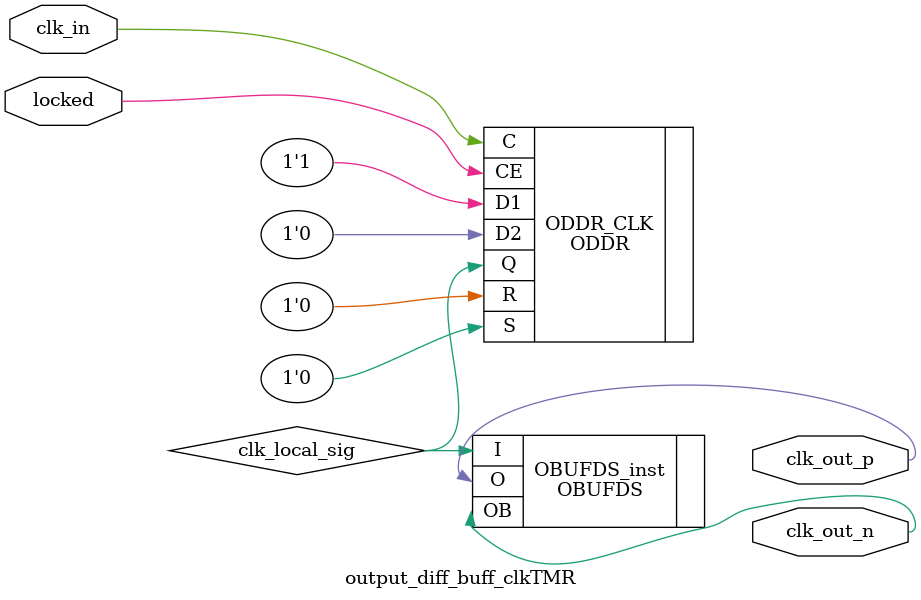
<source format=v>


//  <-----Cut code below this line---->

   // ODDR: Output Double Data Rate Output Register with Set, Reset
   //       and Clock Enable.
   //       Artix-7
   // Xilinx HDL Language Template, version 2020.1

`resetall
`timescale 1ns/10ps
module output_diff_buff_clkTMR( 
   input   wire      clk_in, 
   input   wire      locked,
   output  wire      clk_out_p,
   output  wire      clk_out_n 
);
// Internal Declarations
   wire clk_local_sig;
   ODDR #( //Output DDR Primitive
      .DDR_CLK_EDGE("SAME_EDGE"), // "OPPOSITE_EDGE" or "SAME_EDGE" 
      .INIT(1'b0),    // Initial value of Q: 1'b0 or 1'b1
      .SRTYPE("SYNC") // Set/Reset type: "SYNC" or "ASYNC" 
   )ODDR_CLK(
      .Q(clk_local_sig),  // 1-bit DDR output
      .C(clk_in),   // 1-bit clock input
      .CE(locked), // 1-bit clock enable input
      .D1(1'b1), // 1-bit data input (positive edge)
      .D2(1'b0), // 1-bit data input (negative edge) // it was 1'b0
      .R(1'b0),  // 1-bit reset
      .S(1'b0)   // 1-bit set
   );

   OBUFDS OBUFDS_inst (
      .O(clk_out_p),     // Diff_p output (connect directly to top-level port)
      .OB(clk_out_n),   // Diff_n output (connect directly to top-level port)
      .I(clk_local_sig)      // Buffer input
    );
endmodule	
</source>
